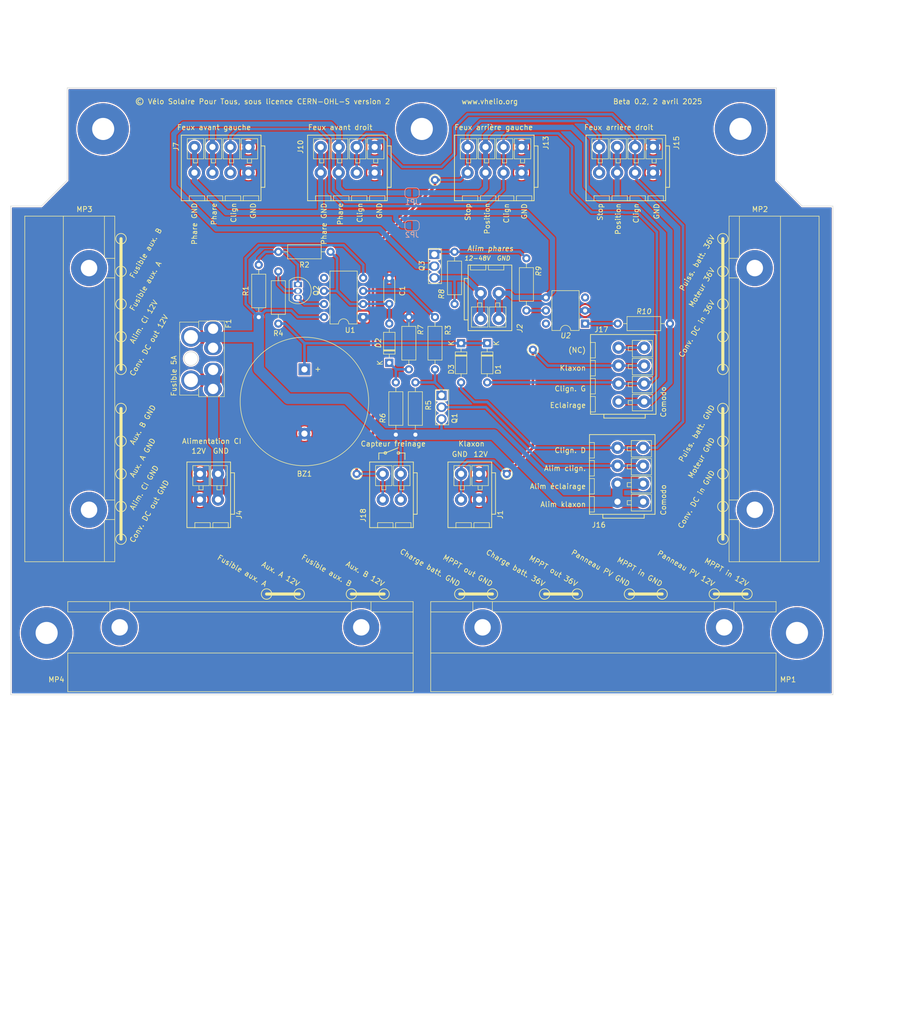
<source format=kicad_pcb>
(kicad_pcb (version 20211014) (generator pcbnew)

  (general
    (thickness 1.6)
  )

  (paper "A4")
  (layers
    (0 "F.Cu" signal)
    (31 "B.Cu" signal)
    (32 "B.Adhes" user "B.Adhesive")
    (33 "F.Adhes" user "F.Adhesive")
    (34 "B.Paste" user)
    (35 "F.Paste" user)
    (36 "B.SilkS" user "B.Silkscreen")
    (37 "F.SilkS" user "F.Silkscreen")
    (38 "B.Mask" user)
    (39 "F.Mask" user)
    (40 "Dwgs.User" user "User.Drawings")
    (41 "Cmts.User" user "User.Comments")
    (42 "Eco1.User" user "User.Eco1")
    (43 "Eco2.User" user "User.Eco2")
    (44 "Edge.Cuts" user)
    (45 "Margin" user)
    (46 "B.CrtYd" user "B.Courtyard")
    (47 "F.CrtYd" user "F.Courtyard")
    (48 "B.Fab" user)
    (49 "F.Fab" user)
    (50 "User.1" user)
    (51 "User.2" user)
    (52 "User.3" user)
    (53 "User.4" user)
    (54 "User.5" user)
    (55 "User.6" user)
    (56 "User.7" user)
    (57 "User.8" user)
    (58 "User.9" user)
  )

  (setup
    (stackup
      (layer "F.SilkS" (type "Top Silk Screen"))
      (layer "F.Paste" (type "Top Solder Paste"))
      (layer "F.Mask" (type "Top Solder Mask") (thickness 0.01))
      (layer "F.Cu" (type "copper") (thickness 0.035))
      (layer "dielectric 1" (type "core") (thickness 1.51) (material "FR4") (epsilon_r 4.5) (loss_tangent 0.02))
      (layer "B.Cu" (type "copper") (thickness 0.035))
      (layer "B.Mask" (type "Bottom Solder Mask") (thickness 0.01))
      (layer "B.Paste" (type "Bottom Solder Paste"))
      (layer "B.SilkS" (type "Bottom Silk Screen"))
      (copper_finish "None")
      (dielectric_constraints no)
    )
    (pad_to_mask_clearance 0)
    (pcbplotparams
      (layerselection 0x00010e0_ffffffff)
      (disableapertmacros false)
      (usegerberextensions false)
      (usegerberattributes true)
      (usegerberadvancedattributes true)
      (creategerberjobfile true)
      (svguseinch false)
      (svgprecision 6)
      (excludeedgelayer true)
      (plotframeref false)
      (viasonmask false)
      (mode 1)
      (useauxorigin false)
      (hpglpennumber 1)
      (hpglpenspeed 20)
      (hpglpendiameter 15.000000)
      (dxfpolygonmode true)
      (dxfimperialunits true)
      (dxfusepcbnewfont true)
      (psnegative false)
      (psa4output false)
      (plotreference true)
      (plotvalue true)
      (plotinvisibletext false)
      (sketchpadsonfab false)
      (subtractmaskfromsilk false)
      (outputformat 1)
      (mirror false)
      (drillshape 0)
      (scaleselection 1)
      (outputdirectory "")
    )
  )

  (net 0 "")
  (net 1 "GND")
  (net 2 "Net-(F1-Pad2)")
  (net 3 "Net-(D1-Pad2)")
  (net 4 "Net-(D3-Pad2)")
  (net 5 "/Phares")
  (net 6 "Net-(J13-Pad4)")
  (net 7 "Net-(J1-Pad2)")
  (net 8 "/Flasher/Out")
  (net 9 "unconnected-(J17-Pad4)")
  (net 10 "/12V_5A")
  (net 11 "Net-(Q1-Pad1)")
  (net 12 "Net-(C1-Pad1)")
  (net 13 "Net-(Q2-Pad1)")
  (net 14 "unconnected-(U1-Pad5)")
  (net 15 "Net-(Q2-Pad2)")
  (net 16 "/Flasher/Enable")
  (net 17 "Net-(Q2-Pad3)")
  (net 18 "Net-(R3-Pad1)")
  (net 19 "Net-(D2-Pad1)")
  (net 20 "Net-(J2-Pad1)")
  (net 21 "Net-(J10-Pad4)")
  (net 22 "Net-(J10-Pad3)")
  (net 23 "Net-(Q3-Pad1)")
  (net 24 "Net-(R9-Pad2)")
  (net 25 "Net-(R10-Pad1)")
  (net 26 "unconnected-(U2-Pad3)")
  (net 27 "unconnected-(U2-Pad6)")

  (footprint "circuit:Wago_221-500_SplicingConnectorHolder" (layer "F.Cu") (at 95.25 82.55 90))

  (footprint "circuit:MountingHole_5mm" (layer "F.Cu") (at 87 130))

  (footprint "circuit:Buzzer_25x16_12.5" (layer "F.Cu") (at 137.16 78.74 -90))

  (footprint "circuit:Wago_221-500_SplicingConnectorHolder" (layer "F.Cu") (at 124.714 128.905 180))

  (footprint "circuit:Generic_FuseHolder_MINI" (layer "F.Cu") (at 119.38 70.85 -90))

  (footprint "Resistor_THT:R_Axial_DIN0207_L6.3mm_D2.5mm_P10.16mm_Horizontal" (layer "F.Cu") (at 166.37 66.04 90))

  (footprint "circuit:TerminalBlock_Wago_2601-3102_1x02_P3.50mm_Vertical" (layer "F.Cu") (at 120.340003 104.06 180))

  (footprint "Resistor_THT:R_Axial_DIN0207_L6.3mm_D2.5mm_P10.16mm_Horizontal" (layer "F.Cu") (at 162.56 68.58 -90))

  (footprint "circuit:MountingHole_5mm" (layer "F.Cu") (at 98 32))

  (footprint "circuit:TerminalBlock_Wago_2601-3104_1x04_P3.50mm_Vertical" (layer "F.Cu") (at 179.4 40.5 180))

  (footprint "Package_DIP:DIP-8_W7.62mm" (layer "F.Cu") (at 148.59 68.58 180))

  (footprint "circuit:Strap_D2.0mm_Drill1.0mm" (layer "F.Cu") (at 176.53 99.06))

  (footprint "circuit:TerminalBlock_Wago_2601-3104_1x04_P3.50mm_Vertical" (layer "F.Cu") (at 205 40.5 180))

  (footprint "Resistor_THT:R_Axial_DIN0207_L6.3mm_D2.5mm_P10.16mm_Horizontal" (layer "F.Cu") (at 180.35 57.15 -90))

  (footprint "circuit:MountingHole_5mm" (layer "F.Cu") (at 222 32))

  (footprint "Diode_THT:D_DO-35_SOD27_P7.62mm_Horizontal" (layer "F.Cu") (at 172.72 73.66 -90))

  (footprint "Resistor_THT:R_Axial_DIN0207_L6.3mm_D2.5mm_P10.16mm_Horizontal" (layer "F.Cu") (at 198.12 69.85))

  (footprint "circuit:TO-92L_Inline" (layer "F.Cu") (at 135.89 62.23 -90))

  (footprint "circuit:TerminalBlock_Wago_2601-3104_1x04_P3.50mm_Vertical" (layer "F.Cu") (at 126.26 40.5 180))

  (footprint "circuit:TO-251-3_Vertical" (layer "F.Cu") (at 162.44 56.38 -90))

  (footprint "Resistor_THT:R_Axial_DIN0207_L6.3mm_D2.5mm_P10.16mm_Horizontal" (layer "F.Cu") (at 157.48 78.74 90))

  (footprint "circuit:TerminalBlock_Wago_2601-3104_1x04_P3.50mm_Vertical" (layer "F.Cu") (at 198.07 104.480004 90))

  (footprint "Resistor_THT:R_Axial_DIN0207_L6.3mm_D2.5mm_P10.16mm_Horizontal" (layer "F.Cu") (at 158.75 91.44 90))

  (footprint "circuit:Wago_221-500_SplicingConnectorHolder" (layer "F.Cu") (at 224.79 82.55 -90))

  (footprint "Resistor_THT:R_Axial_DIN0207_L6.3mm_D2.5mm_P10.16mm_Horizontal" (layer "F.Cu") (at 132.08 59.69 -90))

  (footprint "circuit:MountingHole_5mm" (layer "F.Cu") (at 160 32))

  (footprint "Resistor_THT:R_Axial_DIN0207_L6.3mm_D2.5mm_P10.16mm_Horizontal" (layer "F.Cu") (at 154.94 91.44 90))

  (footprint "circuit:Strap_D2.0mm_Drill1.0mm" (layer "F.Cu") (at 147.32 99.06))

  (footprint "Resistor_THT:R_Axial_DIN0207_L6.3mm_D2.5mm_P10.16mm_Horizontal" (layer "F.Cu") (at 128.27 68.58 90))

  (footprint "Resistor_THT:R_Axial_DIN0207_L6.3mm_D2.5mm_P10.16mm_Horizontal" (layer "F.Cu") (at 132.08 55.88))

  (footprint "circuit:Strap_D2.0mm_Drill1.0mm" (layer "F.Cu") (at 181.61 74.93))

  (footprint "Package_DIP:DIP-6_W7.62mm" (layer "F.Cu") (at 191.77 69.85 180))

  (footprint "Capacitor_THT:C_Disc_D4.3mm_W1.9mm_P5.00mm" (layer "F.Cu") (at 153.67 66 90))

  (footprint "circuit:Strap_D2.0mm_Drill1.0mm" (layer "F.Cu") (at 162.549996 41.91))

  (footprint "circuit:TerminalBlock_Wago_2601-3102_1x02_P3.50mm_Vertical" (layer "F.Cu") (at 171.46 63.9199))

  (footprint "Diode_THT:D_DO-35_SOD27_P7.62mm_Horizontal" (layer "F.Cu") (at 167.64 73.66 -90))

  (footprint "circuit:TerminalBlock_Wago_2601-3102_1x02_P3.50mm_Vertical" (layer "F.Cu") (at 171.140003 104.06 180))

  (footprint "circuit:Wago_221-500_SplicingConnectorHolder" (layer "F.Cu") (at 195.326 128.905 180))

  (footprint "circuit:TerminalBlock_Wago_2601-3102_1x02_P3.50mm_Vertical" (layer "F.Cu") (at 155.900003 104.06 180))

  (footprint "circuit:TerminalBlock_Wago_2601-3104_1x04_P3.50mm_Vertical" (layer "F.Cu")
    (tedit 67E5B593) (tstamp f0bb7a02-0e1b-4bf1-a79e-b4feecadb0c8)
    (at 198.2698 85.014998 90)
    (tags "Wago 2601-3104")
    (property "Sheetfile" "circuit.kicad_sch")
    (property "Sheetname" "")
    (path "/90f52f81-ab5d-4820-9fad-61f0087c4bbf")
    (attr through_hole)
    (fp_text reference "J17" (at 14.014998 -4.7698 unlocked) (layer "F.SilkS")
      (effects (font (size 1 1) (thickness 0.15)) (justify left))
      (tstamp 00f6a67c-a032-469e-9560-b139d4e1b4a7)
    )
    (fp_text value "Conn_Comodo_B" (at 4.925002 -2.9599 90 unlocked) (layer "F.Fab")
      (effects (font (size 1 1) (thickness 0.15)))
      (tstamp 4d65018e-4d1b-43c4-a8bd-5faea86df2b4)
    )
    (fp_text user "${REFERENCE}" (at -2.5 -3.5 90 unlocked) (layer "F.Fab")
      (effects (font (size 1 1) (thickness 0.15)) (justify left))
      (tstamp 382ce14f-0b78-4c2d-9fe1-67023cc607e4)
    )
    (fp_line (start 9.900004 1.9) (end 9.900004 2.7) (layer "F.SilkS") (width 0.12) (tstamp 0f81970b-f55e-4039-a8ff-40c0a07bab88))
    (fp_line (start -2.449998 -2.849999) (end -3.199999 -2.849999) (layer "F.SilkS") (width 0.1524) (tstamp 28449fbe-c83c-4caf-9302-16b9df6b395f))
    (fp_line (start 3.700004 2.7) (end 3.700004 1.9) (layer "F.SilkS") (width 0.12) (tstamp 2dc87334-fd40-4e01-9fef-3fdc57ef4547))
    (fp_line (start 11.500004 -5.5) (end 11.500004 -4.5) (layer "F.SilkS") (width 0.12) (tstamp 2de38d86-7c82-418c-99ca-14d4f0d099d3))
    (fp_line (start 8.700004 2.7) (end 11.900004 2.7) (layer "F.SilkS") (width 0.12) (tstamp 2f670aab-9e89-41fe-876d-bce239efa431))
    (fp_line (start 8.700004 6.6) (end 8.700004 2.7) (layer "F.SilkS") (width 0.12) (tstamp 355967bb-76d7-417b-99f5-a39dd20a6464))
    (fp_line (start 8.000004 -5.5) (end 8.000004 -4.5) (layer "F.SilkS") (width 0.12) (tstamp 3b15cc06-7d3c-4626-808e-cdda2174d896))
    (fp_line (start 7.200004 1.9) (end 6.400004 1.9) (layer "F.SilkS") (width 0.12) (tstamp 3d349242-813e-4b0d-b017-d7c82e86c036))
    (fp_line (start 5.200004 2.7) (end 8.400004 2.7) (layer "F.SilkS") (width 0.12) (tstamp 3f9478d4-122a-4960-956c-35916e723b41))
    (fp_line (start 8.400004 2.7) (end 8.400004 6.6) (layer "F.SilkS") (width 0.12) (tstamp 40305e0e-c9f1-49e6-9a11-38396c5aad44))
    (fp_line (start -2.449998 5.2) (end -3.199999 5.2) (layer "F.SilkS") (width 0.1524) (tstamp 4ca74f24-ecf3-4ff5-afc6-b10ba78ad56b))
    (fp_line (start 8.000004 -4.5) (end 5.000004 -4.5) (layer "F.SilkS") (width 0.12) (tstamp 4e9d9bbb-bb4b-4f71-a57a-a915249deb73))
    (fp_line (start 0.200004 1.9) (end -0.599996 1.9) (layer "F.SilkS") (width 0.12) (tstamp 518648e5-4c77-424a-b965-aef22f525c53))
    (fp_line (start 8.500004 -4.5) (end 8.500004 -5.5) (layer "F.SilkS") (width 0.12) (tstamp 5194aa52-8a01-4b48-9fe0-6f06965993f4))
    (fp_line (start 5.200004 6.6) (end 5.200004 2.7) (layer "F.SilkS") (width 0.12) (tstamp 580bcbef-c9c2-457f-8868-2dffbabb4aea))
    (fp_line (start 1.400004 6.6) (end -1.799996 6.6) (layer "F.SilkS") (width 0.12) (tstamp 67dceaff-b3ab-4673-8804-ffccf009d830))
    (fp_line (start -2.449999 7.300001) (end -2.449999 -5.449999) (layer "F.SilkS") (width 0.1524) (tstamp 6a44edfe-2ae4-4a26-af04-29021170551e))
    (fp_line (start 7.200004 2.7) (end 7.200004 1.9) (layer "F.SilkS") (width 0.12) (tstamp 6bac8064-9e5b-4360-8ae1-29dc97f679dc))
    (fp_line (start 8.400004 6.6) (end 5.200004 6.6) (layer "F.SilkS") (width 0.12) (tstamp 710a512b-7b56-4f7f-bfcb-35465a2e76f9))
    (fp_line (start -1.999996 -4.5) (end -1.999996 -5.5) (layer "F.SilkS") (width 0.12) (tstamp 76d14182-5fab-4f07-b34a-9bc7b5ea7c05))
    (fp_line (start 1.000004 -5.5) (end 1.000004 -4.5) (layer "F.SilkS") (width 0.12) (tstamp 79415c1b-cc22-4b7c-bc05-fd9d3e052059))
    (fp_line (start 11.900004 6.6) (end 8.700004 6.6) (layer "F.SilkS") (width 0.12) (tstamp 7aceb50e-cb67-4afd-9c8c-716237856cce))
    (fp_line (start 1.500004 -4.5) (end 1.500004 -5.5) (layer "F.SilkS") (width 0.12) (tstamp 7dc8afb2-47e3-4136-9ae3-dbe9b5c6384f))
    (fp_line (start 2.900004 1.9) (end 2.900004 2.7) (layer "F.SilkS") (width 0.12) (tstamp 7f0652db-34e0-4fb2-8abe-37eb1d07dc0f))
    (fp_line (start 1.000004 -4.5) (end -1.999996 -4.5) (layer "F.SilkS") (width 0.12) (tstamp 8d059e65-4e84-42b9-8a98-f1a833ba10dc))
    (fp_line (start 10.700004 2.7) (end 10.700004 1.9) (layer "F.SilkS") (width 0.12) (tstamp 91c13ed2-1035-4e8a-b348-26e573bcfce9))
    (fp_line (start 4.500004 -4.5) (end 1.500004 -4.5) (layer "F.SilkS") (width 0.12) (tstamp 922db659-b88c-4732-a911-2b45c05f13fc))
    (fp_line (start 11.500004 -4.5) (end 8.500004 -4.5) (layer "F.SilkS") (width 0.12) (tstamp 94bbdd44-f7f7-4f1f-93b7-2ab019235a58))
    (fp_line (start 4.900004 2.7) (end 4.900004 6.6) (layer "F.SilkS") (width 0.12) (tstamp 9c465d0a-3acf-44e4-926b-a8e6ae8ccd7b))
    (fp_line (start -2.449999 7.300001) (end 13.050002 7.300001) (layer "F.SilkS") (width 0.1524) (tstamp 9c8e37e8-5fb2-4bbf-bf72-b7b396f9cb47))
    (fp_line (start -0.599996 1.9) (end -0.599996 2.7) (layer "F.SilkS") (width 0.12) (tstamp 9f7adb6b-5df9-4d03-b0e6-cbdba04bf2fb))
    (fp_line (start 13.050002 -5.449999) (end 13.050002 7.300001) (layer "F.SilkS") (width 0.1524) (tstamp a02123a2-48d6-42d7-8224-1acec1028ae3))
    (fp_line (start 3.700004 1.9) (end 2.900004 1.9) (layer "F.SilkS") (width 0.12) (tstamp aa519abb-0e99-4d57-a68c-08794f0a2550))
    (fp_line (start 1.400004 2.7) (end 1.400004 6.6) (layer "F.SilkS") (width 0.12) (tstamp ac060b34-f677-47ee-900d-de2d436a0594))
    (fp_line (start -2.449999 -5.449999) (end 13.050002 -5.449999) (layer "F.SilkS") (width 0.1524) (tstamp b3d2b3b2-eee3-4354-96ae-35ebc3a7e3fd))
    (fp_line (start -1.799996 2.7) (end 1.400004 2.7) (layer "F.SilkS") (width 0.12) (tstamp b5439700-fda7-4956-b08c-8949e60f6fe5))
    (fp_line (start 4.900004 6.6) (end 1.700004 6.6) (layer "F.SilkS") (width 0.12) (tstamp bc4499ed-d675-4463-a987-f8cd58a9102c))
    (fp_line (start -1.799996 6.6) (end -1.799996 2.7) (layer "F.SilkS") (width 0.12) (tstamp d026afe8-5538-4de1-aecf-36ce48ac0de0))
    (fp_line (start 0.200004 2.7) (end 0.200004 1.9) (layer "F.SilkS") (width 0.12) (tstamp d3a2aff2-5f28-4465-9188-48602e8e75cc))
    (fp_line (start 5.000004 -4.5) (end 5.000004 -5.5) (layer "F.SilkS") (width 0.12) (tstamp d96154b3-e481-4778-addc-507db9c3272d))
    (fp_line (start 1.700004 2.7) (end 4.900004 2.7) (layer "F.SilkS") (width 0.12) (tstamp e2bdcc34-a8c3-4e8f-a2ac-f5a61abfc6ba))
    (fp_line (start 11.900004 2.7) (end 11.900004 6.6) (layer "F.SilkS") (width 0.12) (tstamp e50054c1-942f-418a-bfd7-d248cd0d4c57))
    (fp_line (start 1.700004 6.6) (end 1.700004 2.7) (layer "F.SilkS") (width 0.12) (tstamp ec0b3062-fec8-4159-b282-3c3e632ad68c))
    (fp_line (start 10.700004 1.9) (end 9.900004 1.9) (layer "F.SilkS") (width 0.12) (tstamp f149694e-4336-45f7-8a0b-aed91118ad18))
    (fp_line (start 4.500004 -5.5) (end 4.500004 -4.5) (layer "F.SilkS") (width 0.12) (tstamp f98a1b91-9aa3-4c7d-9ab6-cc42f1ef1222))
    (fp_line (start -3.199999 5.2) (end -3.199999 -2.849999) (layer "F.SilkS") (width 0.1524) (tstamp fa554101-4328-4c98-9592-c6659e0acd71))
    (fp_line (start 6.400004 1.9) (end 6.400004 2.7) (layer "F.SilkS") (width 0.12) (tstamp fbdeacd2-5f57-493f-956d-539f97abf67b))
    (fp_line (start 13.304002 7.554001) (end 13.304002 -5.703999) (layer "F.CrtYd") (width 0.1524) (tstamp 110e359e-5f88-4430-8754-51124b3f8591))
    (fp_line (start -3.453998 7.554001) (end 13.304002 7.554001) (layer "F.CrtYd") (width 0.1524) (tstamp d80c7616-7cc4-4a44-a28a-538f77882cc1))
    (fp_line (start 13.304002 -5.703999) (end -3.453998 -5.703999) (layer "F.CrtYd") (width 0.1524) (tstamp f6dd3a30-118f-450f-a0e1-e755e60c59b2))
    (fp_line (start -3.453998 -5.703999) (end -3.453998 7.554001) (layer "F.CrtYd") (width 0.1524) (tstamp ffb2a04f-519f-4d64-837d-926b42c94e96))
    (fp_line (start 5.000004 -5.5) (end 8.000004 -5.5) (layer "F.Fab") (width 0.1) (tstamp 037de9aa-a34e-4431-8769-841d7d04060a))
    (fp_line (start 4.500004 -13.5) (end 1.500004 -13.5) (layer "F.Fab") (width 0.1) (tstamp 04c74dd5-f6c8-4c9d-8c28-3b17ac54986b))
    (fp_line (start -1.999996 -5.5) (end 1.000004 -5.5) (layer "F.Fab") (width 0.1) (tstamp 0653ab69-e029-4b96-ac20-3fc5f586df4c))
    (fp_line (start 11.500004 -5.5) (end 11.500004 -13.5) (layer "F.Fab") (width 0.1) (tstamp 18a17eb6-f45e-4c15-bce2-217ce6b1e774))
    (fp_line (start 4.500004 -5.5) (end 4.500004 -13.5) (layer "F.Fab") (width 0.1) (tstamp 264d62b2-4dce-43cb-8ed6-cc9704332239))
    (fp_line (start 8.000004 -13.5) (end 5.000004 -13.5) (layer "F.Fab") (width 0.1) (tstamp 2af80b09-e4ec-4fbf-9a6a-889b6439a0cb))
    (fp_line (start 8.000004 -5.5) (end 8.000004 -13.5) (layer "F.Fab") (width 0.1) (tstamp 2c831197-3673-4a55-945e-4f3263f57df0))
    (fp_line (start 1.500004 -13.5) (end 1.500004 -5.5) (layer "F.Fab") (width 0.1) (tstamp 2f4
... [1193193 chars truncated]
</source>
